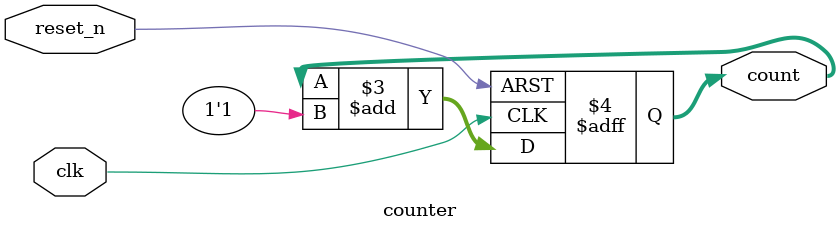
<source format=sv>
module counter(
	input logic clk,
	
	input logic reset_n,
	
	output logic [15:0] count

	
);

	
	
	always_ff @ (posedge clk, negedge reset_n)
		begin
			
			
			if(!reset_n)		//if reset clk goes low and count is 0
				begin
					count <= 1'd0;
				end
			else
				begin
					count <= count + 1'd1;	//if its not been more than 2 posedges increment count
				end
				
			
		end
		

endmodule 
</source>
